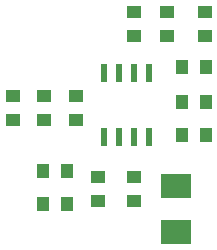
<source format=gtp>
G04 Layer_Color=8421504*
%FSLAX25Y25*%
%MOIN*%
G70*
G01*
G75*
%ADD10R,0.05000X0.04000*%
%ADD11R,0.09843X0.07874*%
%ADD12R,0.04000X0.05000*%
%ADD13R,0.02362X0.06102*%
D10*
X193500Y193000D02*
D03*
Y185000D02*
D03*
X172500Y193000D02*
D03*
Y185000D02*
D03*
X183000Y193000D02*
D03*
Y185000D02*
D03*
X236500Y213000D02*
D03*
Y221000D02*
D03*
X213000Y166000D02*
D03*
Y158000D02*
D03*
X224000Y213000D02*
D03*
Y221000D02*
D03*
X213000Y213000D02*
D03*
Y221000D02*
D03*
X201000Y166000D02*
D03*
Y158000D02*
D03*
D11*
X227000Y163030D02*
D03*
X227000Y147500D02*
D03*
D12*
X237000Y180000D02*
D03*
X229000D02*
D03*
X190500Y157000D02*
D03*
X182500D02*
D03*
X229000Y191000D02*
D03*
X237000D02*
D03*
Y202500D02*
D03*
X229000D02*
D03*
X190500Y168000D02*
D03*
X182500D02*
D03*
D13*
X218000Y200728D02*
D03*
X213000D02*
D03*
X208000D02*
D03*
X203000D02*
D03*
X218000Y179272D02*
D03*
X213000D02*
D03*
X208000D02*
D03*
X203000D02*
D03*
M02*

</source>
